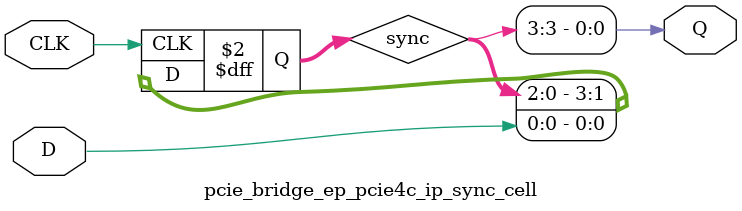
<source format=v>

`timescale 1ps / 1ps

(* DowngradeIPIdentifiedWarnings = "yes" *)
module pcie_bridge_ep_pcie4c_ip_sync_cell #
(
    parameter integer STAGE = 3
)
(
    //-------------------------------------------------------------------------- 
    //  Input Ports
    //-------------------------------------------------------------------------- 
    input                               CLK,
    input                               D,
    
    //-------------------------------------------------------------------------- 
    //  Output Ports
    //-------------------------------------------------------------------------- 
    output                              Q
);
    //-------------------------------------------------------------------------- 
    //  Synchronized Signals
    //--------------------------------------------------------------------------  
    (* ASYNC_REG = "TRUE", SHIFT_EXTRACT = "NO" *) reg [STAGE:0] sync;                                                            



//--------------------------------------------------------------------------------------------------
//  Synchronizier
//--------------------------------------------------------------------------------------------------
always @ (posedge CLK)
begin

    sync <= {sync[(STAGE-1):0], D};
            
end   



//--------------------------------------------------------------------------------------------------
//  Generate Output
//--------------------------------------------------------------------------------------------------
assign Q = sync[STAGE];



endmodule

</source>
